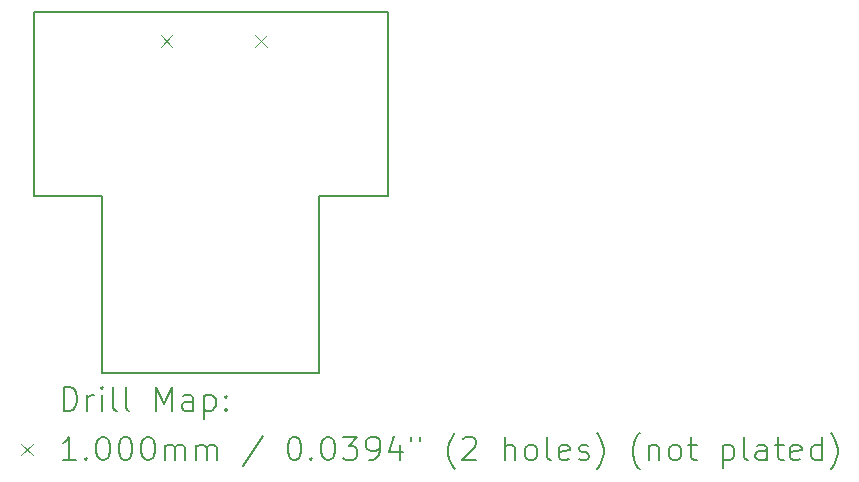
<source format=gbr>
%TF.GenerationSoftware,KiCad,Pcbnew,8.0.3*%
%TF.CreationDate,2024-06-29T19:11:07-04:00*%
%TF.ProjectId,SDGeckoLED,53444765-636b-46f4-9c45-442e6b696361,rev?*%
%TF.SameCoordinates,Original*%
%TF.FileFunction,Drillmap*%
%TF.FilePolarity,Positive*%
%FSLAX45Y45*%
G04 Gerber Fmt 4.5, Leading zero omitted, Abs format (unit mm)*
G04 Created by KiCad (PCBNEW 8.0.3) date 2024-06-29 19:11:07*
%MOMM*%
%LPD*%
G01*
G04 APERTURE LIST*
%ADD10C,0.127000*%
%ADD11C,0.200000*%
%ADD12C,0.100000*%
G04 APERTURE END LIST*
D10*
X11605006Y-8927418D02*
X11605006Y-10477500D01*
X14025118Y-10477500D02*
X14605000Y-10477500D01*
X12185142Y-10477500D02*
X12185142Y-11981434D01*
X14605000Y-8927418D02*
X11605006Y-8927418D01*
X14605000Y-10477500D02*
X14605000Y-8927418D01*
X11605006Y-10477500D02*
X12185142Y-10477500D01*
X14025118Y-11981434D02*
X14025118Y-10477500D01*
X12185142Y-11981434D02*
X14025118Y-11981434D01*
D11*
D12*
X12680280Y-9117620D02*
X12780280Y-9217620D01*
X12780280Y-9117620D02*
X12680280Y-9217620D01*
X13480280Y-9117620D02*
X13580280Y-9217620D01*
X13580280Y-9117620D02*
X13480280Y-9217620D01*
D11*
X11859433Y-12299268D02*
X11859433Y-12099268D01*
X11859433Y-12099268D02*
X11907052Y-12099268D01*
X11907052Y-12099268D02*
X11935623Y-12108792D01*
X11935623Y-12108792D02*
X11954671Y-12127839D01*
X11954671Y-12127839D02*
X11964195Y-12146887D01*
X11964195Y-12146887D02*
X11973718Y-12184982D01*
X11973718Y-12184982D02*
X11973718Y-12213553D01*
X11973718Y-12213553D02*
X11964195Y-12251649D01*
X11964195Y-12251649D02*
X11954671Y-12270696D01*
X11954671Y-12270696D02*
X11935623Y-12289744D01*
X11935623Y-12289744D02*
X11907052Y-12299268D01*
X11907052Y-12299268D02*
X11859433Y-12299268D01*
X12059433Y-12299268D02*
X12059433Y-12165934D01*
X12059433Y-12204030D02*
X12068957Y-12184982D01*
X12068957Y-12184982D02*
X12078480Y-12175458D01*
X12078480Y-12175458D02*
X12097528Y-12165934D01*
X12097528Y-12165934D02*
X12116576Y-12165934D01*
X12183242Y-12299268D02*
X12183242Y-12165934D01*
X12183242Y-12099268D02*
X12173718Y-12108792D01*
X12173718Y-12108792D02*
X12183242Y-12118315D01*
X12183242Y-12118315D02*
X12192766Y-12108792D01*
X12192766Y-12108792D02*
X12183242Y-12099268D01*
X12183242Y-12099268D02*
X12183242Y-12118315D01*
X12307052Y-12299268D02*
X12288004Y-12289744D01*
X12288004Y-12289744D02*
X12278480Y-12270696D01*
X12278480Y-12270696D02*
X12278480Y-12099268D01*
X12411814Y-12299268D02*
X12392766Y-12289744D01*
X12392766Y-12289744D02*
X12383242Y-12270696D01*
X12383242Y-12270696D02*
X12383242Y-12099268D01*
X12640385Y-12299268D02*
X12640385Y-12099268D01*
X12640385Y-12099268D02*
X12707052Y-12242125D01*
X12707052Y-12242125D02*
X12773718Y-12099268D01*
X12773718Y-12099268D02*
X12773718Y-12299268D01*
X12954671Y-12299268D02*
X12954671Y-12194506D01*
X12954671Y-12194506D02*
X12945147Y-12175458D01*
X12945147Y-12175458D02*
X12926099Y-12165934D01*
X12926099Y-12165934D02*
X12888004Y-12165934D01*
X12888004Y-12165934D02*
X12868957Y-12175458D01*
X12954671Y-12289744D02*
X12935623Y-12299268D01*
X12935623Y-12299268D02*
X12888004Y-12299268D01*
X12888004Y-12299268D02*
X12868957Y-12289744D01*
X12868957Y-12289744D02*
X12859433Y-12270696D01*
X12859433Y-12270696D02*
X12859433Y-12251649D01*
X12859433Y-12251649D02*
X12868957Y-12232601D01*
X12868957Y-12232601D02*
X12888004Y-12223077D01*
X12888004Y-12223077D02*
X12935623Y-12223077D01*
X12935623Y-12223077D02*
X12954671Y-12213553D01*
X13049909Y-12165934D02*
X13049909Y-12365934D01*
X13049909Y-12175458D02*
X13068957Y-12165934D01*
X13068957Y-12165934D02*
X13107052Y-12165934D01*
X13107052Y-12165934D02*
X13126099Y-12175458D01*
X13126099Y-12175458D02*
X13135623Y-12184982D01*
X13135623Y-12184982D02*
X13145147Y-12204030D01*
X13145147Y-12204030D02*
X13145147Y-12261172D01*
X13145147Y-12261172D02*
X13135623Y-12280220D01*
X13135623Y-12280220D02*
X13126099Y-12289744D01*
X13126099Y-12289744D02*
X13107052Y-12299268D01*
X13107052Y-12299268D02*
X13068957Y-12299268D01*
X13068957Y-12299268D02*
X13049909Y-12289744D01*
X13230861Y-12280220D02*
X13240385Y-12289744D01*
X13240385Y-12289744D02*
X13230861Y-12299268D01*
X13230861Y-12299268D02*
X13221338Y-12289744D01*
X13221338Y-12289744D02*
X13230861Y-12280220D01*
X13230861Y-12280220D02*
X13230861Y-12299268D01*
X13230861Y-12175458D02*
X13240385Y-12184982D01*
X13240385Y-12184982D02*
X13230861Y-12194506D01*
X13230861Y-12194506D02*
X13221338Y-12184982D01*
X13221338Y-12184982D02*
X13230861Y-12175458D01*
X13230861Y-12175458D02*
X13230861Y-12194506D01*
D12*
X11498656Y-12577784D02*
X11598656Y-12677784D01*
X11598656Y-12577784D02*
X11498656Y-12677784D01*
D11*
X11964195Y-12719268D02*
X11849909Y-12719268D01*
X11907052Y-12719268D02*
X11907052Y-12519268D01*
X11907052Y-12519268D02*
X11888004Y-12547839D01*
X11888004Y-12547839D02*
X11868957Y-12566887D01*
X11868957Y-12566887D02*
X11849909Y-12576411D01*
X12049909Y-12700220D02*
X12059433Y-12709744D01*
X12059433Y-12709744D02*
X12049909Y-12719268D01*
X12049909Y-12719268D02*
X12040385Y-12709744D01*
X12040385Y-12709744D02*
X12049909Y-12700220D01*
X12049909Y-12700220D02*
X12049909Y-12719268D01*
X12183242Y-12519268D02*
X12202290Y-12519268D01*
X12202290Y-12519268D02*
X12221338Y-12528792D01*
X12221338Y-12528792D02*
X12230861Y-12538315D01*
X12230861Y-12538315D02*
X12240385Y-12557363D01*
X12240385Y-12557363D02*
X12249909Y-12595458D01*
X12249909Y-12595458D02*
X12249909Y-12643077D01*
X12249909Y-12643077D02*
X12240385Y-12681172D01*
X12240385Y-12681172D02*
X12230861Y-12700220D01*
X12230861Y-12700220D02*
X12221338Y-12709744D01*
X12221338Y-12709744D02*
X12202290Y-12719268D01*
X12202290Y-12719268D02*
X12183242Y-12719268D01*
X12183242Y-12719268D02*
X12164195Y-12709744D01*
X12164195Y-12709744D02*
X12154671Y-12700220D01*
X12154671Y-12700220D02*
X12145147Y-12681172D01*
X12145147Y-12681172D02*
X12135623Y-12643077D01*
X12135623Y-12643077D02*
X12135623Y-12595458D01*
X12135623Y-12595458D02*
X12145147Y-12557363D01*
X12145147Y-12557363D02*
X12154671Y-12538315D01*
X12154671Y-12538315D02*
X12164195Y-12528792D01*
X12164195Y-12528792D02*
X12183242Y-12519268D01*
X12373718Y-12519268D02*
X12392766Y-12519268D01*
X12392766Y-12519268D02*
X12411814Y-12528792D01*
X12411814Y-12528792D02*
X12421338Y-12538315D01*
X12421338Y-12538315D02*
X12430861Y-12557363D01*
X12430861Y-12557363D02*
X12440385Y-12595458D01*
X12440385Y-12595458D02*
X12440385Y-12643077D01*
X12440385Y-12643077D02*
X12430861Y-12681172D01*
X12430861Y-12681172D02*
X12421338Y-12700220D01*
X12421338Y-12700220D02*
X12411814Y-12709744D01*
X12411814Y-12709744D02*
X12392766Y-12719268D01*
X12392766Y-12719268D02*
X12373718Y-12719268D01*
X12373718Y-12719268D02*
X12354671Y-12709744D01*
X12354671Y-12709744D02*
X12345147Y-12700220D01*
X12345147Y-12700220D02*
X12335623Y-12681172D01*
X12335623Y-12681172D02*
X12326099Y-12643077D01*
X12326099Y-12643077D02*
X12326099Y-12595458D01*
X12326099Y-12595458D02*
X12335623Y-12557363D01*
X12335623Y-12557363D02*
X12345147Y-12538315D01*
X12345147Y-12538315D02*
X12354671Y-12528792D01*
X12354671Y-12528792D02*
X12373718Y-12519268D01*
X12564195Y-12519268D02*
X12583242Y-12519268D01*
X12583242Y-12519268D02*
X12602290Y-12528792D01*
X12602290Y-12528792D02*
X12611814Y-12538315D01*
X12611814Y-12538315D02*
X12621338Y-12557363D01*
X12621338Y-12557363D02*
X12630861Y-12595458D01*
X12630861Y-12595458D02*
X12630861Y-12643077D01*
X12630861Y-12643077D02*
X12621338Y-12681172D01*
X12621338Y-12681172D02*
X12611814Y-12700220D01*
X12611814Y-12700220D02*
X12602290Y-12709744D01*
X12602290Y-12709744D02*
X12583242Y-12719268D01*
X12583242Y-12719268D02*
X12564195Y-12719268D01*
X12564195Y-12719268D02*
X12545147Y-12709744D01*
X12545147Y-12709744D02*
X12535623Y-12700220D01*
X12535623Y-12700220D02*
X12526099Y-12681172D01*
X12526099Y-12681172D02*
X12516576Y-12643077D01*
X12516576Y-12643077D02*
X12516576Y-12595458D01*
X12516576Y-12595458D02*
X12526099Y-12557363D01*
X12526099Y-12557363D02*
X12535623Y-12538315D01*
X12535623Y-12538315D02*
X12545147Y-12528792D01*
X12545147Y-12528792D02*
X12564195Y-12519268D01*
X12716576Y-12719268D02*
X12716576Y-12585934D01*
X12716576Y-12604982D02*
X12726099Y-12595458D01*
X12726099Y-12595458D02*
X12745147Y-12585934D01*
X12745147Y-12585934D02*
X12773719Y-12585934D01*
X12773719Y-12585934D02*
X12792766Y-12595458D01*
X12792766Y-12595458D02*
X12802290Y-12614506D01*
X12802290Y-12614506D02*
X12802290Y-12719268D01*
X12802290Y-12614506D02*
X12811814Y-12595458D01*
X12811814Y-12595458D02*
X12830861Y-12585934D01*
X12830861Y-12585934D02*
X12859433Y-12585934D01*
X12859433Y-12585934D02*
X12878480Y-12595458D01*
X12878480Y-12595458D02*
X12888004Y-12614506D01*
X12888004Y-12614506D02*
X12888004Y-12719268D01*
X12983242Y-12719268D02*
X12983242Y-12585934D01*
X12983242Y-12604982D02*
X12992766Y-12595458D01*
X12992766Y-12595458D02*
X13011814Y-12585934D01*
X13011814Y-12585934D02*
X13040385Y-12585934D01*
X13040385Y-12585934D02*
X13059433Y-12595458D01*
X13059433Y-12595458D02*
X13068957Y-12614506D01*
X13068957Y-12614506D02*
X13068957Y-12719268D01*
X13068957Y-12614506D02*
X13078480Y-12595458D01*
X13078480Y-12595458D02*
X13097528Y-12585934D01*
X13097528Y-12585934D02*
X13126099Y-12585934D01*
X13126099Y-12585934D02*
X13145147Y-12595458D01*
X13145147Y-12595458D02*
X13154671Y-12614506D01*
X13154671Y-12614506D02*
X13154671Y-12719268D01*
X13545147Y-12509744D02*
X13373719Y-12766887D01*
X13802290Y-12519268D02*
X13821338Y-12519268D01*
X13821338Y-12519268D02*
X13840385Y-12528792D01*
X13840385Y-12528792D02*
X13849909Y-12538315D01*
X13849909Y-12538315D02*
X13859433Y-12557363D01*
X13859433Y-12557363D02*
X13868957Y-12595458D01*
X13868957Y-12595458D02*
X13868957Y-12643077D01*
X13868957Y-12643077D02*
X13859433Y-12681172D01*
X13859433Y-12681172D02*
X13849909Y-12700220D01*
X13849909Y-12700220D02*
X13840385Y-12709744D01*
X13840385Y-12709744D02*
X13821338Y-12719268D01*
X13821338Y-12719268D02*
X13802290Y-12719268D01*
X13802290Y-12719268D02*
X13783242Y-12709744D01*
X13783242Y-12709744D02*
X13773719Y-12700220D01*
X13773719Y-12700220D02*
X13764195Y-12681172D01*
X13764195Y-12681172D02*
X13754671Y-12643077D01*
X13754671Y-12643077D02*
X13754671Y-12595458D01*
X13754671Y-12595458D02*
X13764195Y-12557363D01*
X13764195Y-12557363D02*
X13773719Y-12538315D01*
X13773719Y-12538315D02*
X13783242Y-12528792D01*
X13783242Y-12528792D02*
X13802290Y-12519268D01*
X13954671Y-12700220D02*
X13964195Y-12709744D01*
X13964195Y-12709744D02*
X13954671Y-12719268D01*
X13954671Y-12719268D02*
X13945147Y-12709744D01*
X13945147Y-12709744D02*
X13954671Y-12700220D01*
X13954671Y-12700220D02*
X13954671Y-12719268D01*
X14088004Y-12519268D02*
X14107052Y-12519268D01*
X14107052Y-12519268D02*
X14126100Y-12528792D01*
X14126100Y-12528792D02*
X14135623Y-12538315D01*
X14135623Y-12538315D02*
X14145147Y-12557363D01*
X14145147Y-12557363D02*
X14154671Y-12595458D01*
X14154671Y-12595458D02*
X14154671Y-12643077D01*
X14154671Y-12643077D02*
X14145147Y-12681172D01*
X14145147Y-12681172D02*
X14135623Y-12700220D01*
X14135623Y-12700220D02*
X14126100Y-12709744D01*
X14126100Y-12709744D02*
X14107052Y-12719268D01*
X14107052Y-12719268D02*
X14088004Y-12719268D01*
X14088004Y-12719268D02*
X14068957Y-12709744D01*
X14068957Y-12709744D02*
X14059433Y-12700220D01*
X14059433Y-12700220D02*
X14049909Y-12681172D01*
X14049909Y-12681172D02*
X14040385Y-12643077D01*
X14040385Y-12643077D02*
X14040385Y-12595458D01*
X14040385Y-12595458D02*
X14049909Y-12557363D01*
X14049909Y-12557363D02*
X14059433Y-12538315D01*
X14059433Y-12538315D02*
X14068957Y-12528792D01*
X14068957Y-12528792D02*
X14088004Y-12519268D01*
X14221338Y-12519268D02*
X14345147Y-12519268D01*
X14345147Y-12519268D02*
X14278481Y-12595458D01*
X14278481Y-12595458D02*
X14307052Y-12595458D01*
X14307052Y-12595458D02*
X14326100Y-12604982D01*
X14326100Y-12604982D02*
X14335623Y-12614506D01*
X14335623Y-12614506D02*
X14345147Y-12633553D01*
X14345147Y-12633553D02*
X14345147Y-12681172D01*
X14345147Y-12681172D02*
X14335623Y-12700220D01*
X14335623Y-12700220D02*
X14326100Y-12709744D01*
X14326100Y-12709744D02*
X14307052Y-12719268D01*
X14307052Y-12719268D02*
X14249909Y-12719268D01*
X14249909Y-12719268D02*
X14230862Y-12709744D01*
X14230862Y-12709744D02*
X14221338Y-12700220D01*
X14440385Y-12719268D02*
X14478481Y-12719268D01*
X14478481Y-12719268D02*
X14497528Y-12709744D01*
X14497528Y-12709744D02*
X14507052Y-12700220D01*
X14507052Y-12700220D02*
X14526100Y-12671649D01*
X14526100Y-12671649D02*
X14535623Y-12633553D01*
X14535623Y-12633553D02*
X14535623Y-12557363D01*
X14535623Y-12557363D02*
X14526100Y-12538315D01*
X14526100Y-12538315D02*
X14516576Y-12528792D01*
X14516576Y-12528792D02*
X14497528Y-12519268D01*
X14497528Y-12519268D02*
X14459433Y-12519268D01*
X14459433Y-12519268D02*
X14440385Y-12528792D01*
X14440385Y-12528792D02*
X14430862Y-12538315D01*
X14430862Y-12538315D02*
X14421338Y-12557363D01*
X14421338Y-12557363D02*
X14421338Y-12604982D01*
X14421338Y-12604982D02*
X14430862Y-12624030D01*
X14430862Y-12624030D02*
X14440385Y-12633553D01*
X14440385Y-12633553D02*
X14459433Y-12643077D01*
X14459433Y-12643077D02*
X14497528Y-12643077D01*
X14497528Y-12643077D02*
X14516576Y-12633553D01*
X14516576Y-12633553D02*
X14526100Y-12624030D01*
X14526100Y-12624030D02*
X14535623Y-12604982D01*
X14707052Y-12585934D02*
X14707052Y-12719268D01*
X14659433Y-12509744D02*
X14611814Y-12652601D01*
X14611814Y-12652601D02*
X14735623Y-12652601D01*
X14802290Y-12519268D02*
X14802290Y-12557363D01*
X14878481Y-12519268D02*
X14878481Y-12557363D01*
X15173719Y-12795458D02*
X15164195Y-12785934D01*
X15164195Y-12785934D02*
X15145147Y-12757363D01*
X15145147Y-12757363D02*
X15135624Y-12738315D01*
X15135624Y-12738315D02*
X15126100Y-12709744D01*
X15126100Y-12709744D02*
X15116576Y-12662125D01*
X15116576Y-12662125D02*
X15116576Y-12624030D01*
X15116576Y-12624030D02*
X15126100Y-12576411D01*
X15126100Y-12576411D02*
X15135624Y-12547839D01*
X15135624Y-12547839D02*
X15145147Y-12528792D01*
X15145147Y-12528792D02*
X15164195Y-12500220D01*
X15164195Y-12500220D02*
X15173719Y-12490696D01*
X15240385Y-12538315D02*
X15249909Y-12528792D01*
X15249909Y-12528792D02*
X15268957Y-12519268D01*
X15268957Y-12519268D02*
X15316576Y-12519268D01*
X15316576Y-12519268D02*
X15335624Y-12528792D01*
X15335624Y-12528792D02*
X15345147Y-12538315D01*
X15345147Y-12538315D02*
X15354671Y-12557363D01*
X15354671Y-12557363D02*
X15354671Y-12576411D01*
X15354671Y-12576411D02*
X15345147Y-12604982D01*
X15345147Y-12604982D02*
X15230862Y-12719268D01*
X15230862Y-12719268D02*
X15354671Y-12719268D01*
X15592766Y-12719268D02*
X15592766Y-12519268D01*
X15678481Y-12719268D02*
X15678481Y-12614506D01*
X15678481Y-12614506D02*
X15668957Y-12595458D01*
X15668957Y-12595458D02*
X15649909Y-12585934D01*
X15649909Y-12585934D02*
X15621338Y-12585934D01*
X15621338Y-12585934D02*
X15602290Y-12595458D01*
X15602290Y-12595458D02*
X15592766Y-12604982D01*
X15802290Y-12719268D02*
X15783243Y-12709744D01*
X15783243Y-12709744D02*
X15773719Y-12700220D01*
X15773719Y-12700220D02*
X15764195Y-12681172D01*
X15764195Y-12681172D02*
X15764195Y-12624030D01*
X15764195Y-12624030D02*
X15773719Y-12604982D01*
X15773719Y-12604982D02*
X15783243Y-12595458D01*
X15783243Y-12595458D02*
X15802290Y-12585934D01*
X15802290Y-12585934D02*
X15830862Y-12585934D01*
X15830862Y-12585934D02*
X15849909Y-12595458D01*
X15849909Y-12595458D02*
X15859433Y-12604982D01*
X15859433Y-12604982D02*
X15868957Y-12624030D01*
X15868957Y-12624030D02*
X15868957Y-12681172D01*
X15868957Y-12681172D02*
X15859433Y-12700220D01*
X15859433Y-12700220D02*
X15849909Y-12709744D01*
X15849909Y-12709744D02*
X15830862Y-12719268D01*
X15830862Y-12719268D02*
X15802290Y-12719268D01*
X15983243Y-12719268D02*
X15964195Y-12709744D01*
X15964195Y-12709744D02*
X15954671Y-12690696D01*
X15954671Y-12690696D02*
X15954671Y-12519268D01*
X16135624Y-12709744D02*
X16116576Y-12719268D01*
X16116576Y-12719268D02*
X16078481Y-12719268D01*
X16078481Y-12719268D02*
X16059433Y-12709744D01*
X16059433Y-12709744D02*
X16049909Y-12690696D01*
X16049909Y-12690696D02*
X16049909Y-12614506D01*
X16049909Y-12614506D02*
X16059433Y-12595458D01*
X16059433Y-12595458D02*
X16078481Y-12585934D01*
X16078481Y-12585934D02*
X16116576Y-12585934D01*
X16116576Y-12585934D02*
X16135624Y-12595458D01*
X16135624Y-12595458D02*
X16145147Y-12614506D01*
X16145147Y-12614506D02*
X16145147Y-12633553D01*
X16145147Y-12633553D02*
X16049909Y-12652601D01*
X16221338Y-12709744D02*
X16240386Y-12719268D01*
X16240386Y-12719268D02*
X16278481Y-12719268D01*
X16278481Y-12719268D02*
X16297528Y-12709744D01*
X16297528Y-12709744D02*
X16307052Y-12690696D01*
X16307052Y-12690696D02*
X16307052Y-12681172D01*
X16307052Y-12681172D02*
X16297528Y-12662125D01*
X16297528Y-12662125D02*
X16278481Y-12652601D01*
X16278481Y-12652601D02*
X16249909Y-12652601D01*
X16249909Y-12652601D02*
X16230862Y-12643077D01*
X16230862Y-12643077D02*
X16221338Y-12624030D01*
X16221338Y-12624030D02*
X16221338Y-12614506D01*
X16221338Y-12614506D02*
X16230862Y-12595458D01*
X16230862Y-12595458D02*
X16249909Y-12585934D01*
X16249909Y-12585934D02*
X16278481Y-12585934D01*
X16278481Y-12585934D02*
X16297528Y-12595458D01*
X16373719Y-12795458D02*
X16383243Y-12785934D01*
X16383243Y-12785934D02*
X16402290Y-12757363D01*
X16402290Y-12757363D02*
X16411814Y-12738315D01*
X16411814Y-12738315D02*
X16421338Y-12709744D01*
X16421338Y-12709744D02*
X16430862Y-12662125D01*
X16430862Y-12662125D02*
X16430862Y-12624030D01*
X16430862Y-12624030D02*
X16421338Y-12576411D01*
X16421338Y-12576411D02*
X16411814Y-12547839D01*
X16411814Y-12547839D02*
X16402290Y-12528792D01*
X16402290Y-12528792D02*
X16383243Y-12500220D01*
X16383243Y-12500220D02*
X16373719Y-12490696D01*
X16735624Y-12795458D02*
X16726100Y-12785934D01*
X16726100Y-12785934D02*
X16707052Y-12757363D01*
X16707052Y-12757363D02*
X16697528Y-12738315D01*
X16697528Y-12738315D02*
X16688005Y-12709744D01*
X16688005Y-12709744D02*
X16678481Y-12662125D01*
X16678481Y-12662125D02*
X16678481Y-12624030D01*
X16678481Y-12624030D02*
X16688005Y-12576411D01*
X16688005Y-12576411D02*
X16697528Y-12547839D01*
X16697528Y-12547839D02*
X16707052Y-12528792D01*
X16707052Y-12528792D02*
X16726100Y-12500220D01*
X16726100Y-12500220D02*
X16735624Y-12490696D01*
X16811814Y-12585934D02*
X16811814Y-12719268D01*
X16811814Y-12604982D02*
X16821338Y-12595458D01*
X16821338Y-12595458D02*
X16840386Y-12585934D01*
X16840386Y-12585934D02*
X16868957Y-12585934D01*
X16868957Y-12585934D02*
X16888005Y-12595458D01*
X16888005Y-12595458D02*
X16897529Y-12614506D01*
X16897529Y-12614506D02*
X16897529Y-12719268D01*
X17021338Y-12719268D02*
X17002290Y-12709744D01*
X17002290Y-12709744D02*
X16992767Y-12700220D01*
X16992767Y-12700220D02*
X16983243Y-12681172D01*
X16983243Y-12681172D02*
X16983243Y-12624030D01*
X16983243Y-12624030D02*
X16992767Y-12604982D01*
X16992767Y-12604982D02*
X17002290Y-12595458D01*
X17002290Y-12595458D02*
X17021338Y-12585934D01*
X17021338Y-12585934D02*
X17049910Y-12585934D01*
X17049910Y-12585934D02*
X17068957Y-12595458D01*
X17068957Y-12595458D02*
X17078481Y-12604982D01*
X17078481Y-12604982D02*
X17088005Y-12624030D01*
X17088005Y-12624030D02*
X17088005Y-12681172D01*
X17088005Y-12681172D02*
X17078481Y-12700220D01*
X17078481Y-12700220D02*
X17068957Y-12709744D01*
X17068957Y-12709744D02*
X17049910Y-12719268D01*
X17049910Y-12719268D02*
X17021338Y-12719268D01*
X17145148Y-12585934D02*
X17221338Y-12585934D01*
X17173719Y-12519268D02*
X17173719Y-12690696D01*
X17173719Y-12690696D02*
X17183243Y-12709744D01*
X17183243Y-12709744D02*
X17202290Y-12719268D01*
X17202290Y-12719268D02*
X17221338Y-12719268D01*
X17440386Y-12585934D02*
X17440386Y-12785934D01*
X17440386Y-12595458D02*
X17459433Y-12585934D01*
X17459433Y-12585934D02*
X17497529Y-12585934D01*
X17497529Y-12585934D02*
X17516576Y-12595458D01*
X17516576Y-12595458D02*
X17526100Y-12604982D01*
X17526100Y-12604982D02*
X17535624Y-12624030D01*
X17535624Y-12624030D02*
X17535624Y-12681172D01*
X17535624Y-12681172D02*
X17526100Y-12700220D01*
X17526100Y-12700220D02*
X17516576Y-12709744D01*
X17516576Y-12709744D02*
X17497529Y-12719268D01*
X17497529Y-12719268D02*
X17459433Y-12719268D01*
X17459433Y-12719268D02*
X17440386Y-12709744D01*
X17649910Y-12719268D02*
X17630862Y-12709744D01*
X17630862Y-12709744D02*
X17621338Y-12690696D01*
X17621338Y-12690696D02*
X17621338Y-12519268D01*
X17811814Y-12719268D02*
X17811814Y-12614506D01*
X17811814Y-12614506D02*
X17802291Y-12595458D01*
X17802291Y-12595458D02*
X17783243Y-12585934D01*
X17783243Y-12585934D02*
X17745148Y-12585934D01*
X17745148Y-12585934D02*
X17726100Y-12595458D01*
X17811814Y-12709744D02*
X17792767Y-12719268D01*
X17792767Y-12719268D02*
X17745148Y-12719268D01*
X17745148Y-12719268D02*
X17726100Y-12709744D01*
X17726100Y-12709744D02*
X17716576Y-12690696D01*
X17716576Y-12690696D02*
X17716576Y-12671649D01*
X17716576Y-12671649D02*
X17726100Y-12652601D01*
X17726100Y-12652601D02*
X17745148Y-12643077D01*
X17745148Y-12643077D02*
X17792767Y-12643077D01*
X17792767Y-12643077D02*
X17811814Y-12633553D01*
X17878481Y-12585934D02*
X17954671Y-12585934D01*
X17907052Y-12519268D02*
X17907052Y-12690696D01*
X17907052Y-12690696D02*
X17916576Y-12709744D01*
X17916576Y-12709744D02*
X17935624Y-12719268D01*
X17935624Y-12719268D02*
X17954671Y-12719268D01*
X18097529Y-12709744D02*
X18078481Y-12719268D01*
X18078481Y-12719268D02*
X18040386Y-12719268D01*
X18040386Y-12719268D02*
X18021338Y-12709744D01*
X18021338Y-12709744D02*
X18011814Y-12690696D01*
X18011814Y-12690696D02*
X18011814Y-12614506D01*
X18011814Y-12614506D02*
X18021338Y-12595458D01*
X18021338Y-12595458D02*
X18040386Y-12585934D01*
X18040386Y-12585934D02*
X18078481Y-12585934D01*
X18078481Y-12585934D02*
X18097529Y-12595458D01*
X18097529Y-12595458D02*
X18107052Y-12614506D01*
X18107052Y-12614506D02*
X18107052Y-12633553D01*
X18107052Y-12633553D02*
X18011814Y-12652601D01*
X18278481Y-12719268D02*
X18278481Y-12519268D01*
X18278481Y-12709744D02*
X18259433Y-12719268D01*
X18259433Y-12719268D02*
X18221338Y-12719268D01*
X18221338Y-12719268D02*
X18202291Y-12709744D01*
X18202291Y-12709744D02*
X18192767Y-12700220D01*
X18192767Y-12700220D02*
X18183243Y-12681172D01*
X18183243Y-12681172D02*
X18183243Y-12624030D01*
X18183243Y-12624030D02*
X18192767Y-12604982D01*
X18192767Y-12604982D02*
X18202291Y-12595458D01*
X18202291Y-12595458D02*
X18221338Y-12585934D01*
X18221338Y-12585934D02*
X18259433Y-12585934D01*
X18259433Y-12585934D02*
X18278481Y-12595458D01*
X18354672Y-12795458D02*
X18364195Y-12785934D01*
X18364195Y-12785934D02*
X18383243Y-12757363D01*
X18383243Y-12757363D02*
X18392767Y-12738315D01*
X18392767Y-12738315D02*
X18402291Y-12709744D01*
X18402291Y-12709744D02*
X18411814Y-12662125D01*
X18411814Y-12662125D02*
X18411814Y-12624030D01*
X18411814Y-12624030D02*
X18402291Y-12576411D01*
X18402291Y-12576411D02*
X18392767Y-12547839D01*
X18392767Y-12547839D02*
X18383243Y-12528792D01*
X18383243Y-12528792D02*
X18364195Y-12500220D01*
X18364195Y-12500220D02*
X18354672Y-12490696D01*
M02*

</source>
